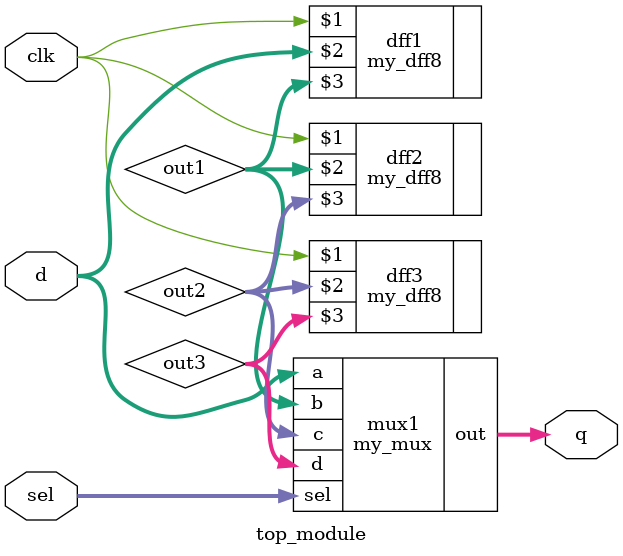
<source format=v>
module my_mux(input [7:0] a,b,c,d,
              input [1:0] sel,
              output reg [7:0] out);
    always @(*) begin
        case (sel)
            2'b00 : out = a;
            2'b01 : out = b;
            2'b10 : out = c;
            2'b11 : out = d;
        endcase
    end
endmodule

module top_module ( 
    input clk, 
    input [7:0] d, 
    input [1:0] sel, 
    output [7:0] q 
);
    wire [7:0] out1, out2, out3;
    my_dff8 dff1(clk, d, out1);
    my_dff8 dff2(clk, out1, out2);
    my_dff8 dff3(clk, out2, out3);
    
    my_mux mux1(d,out1,out2,out3,sel,q);
endmodule

</source>
